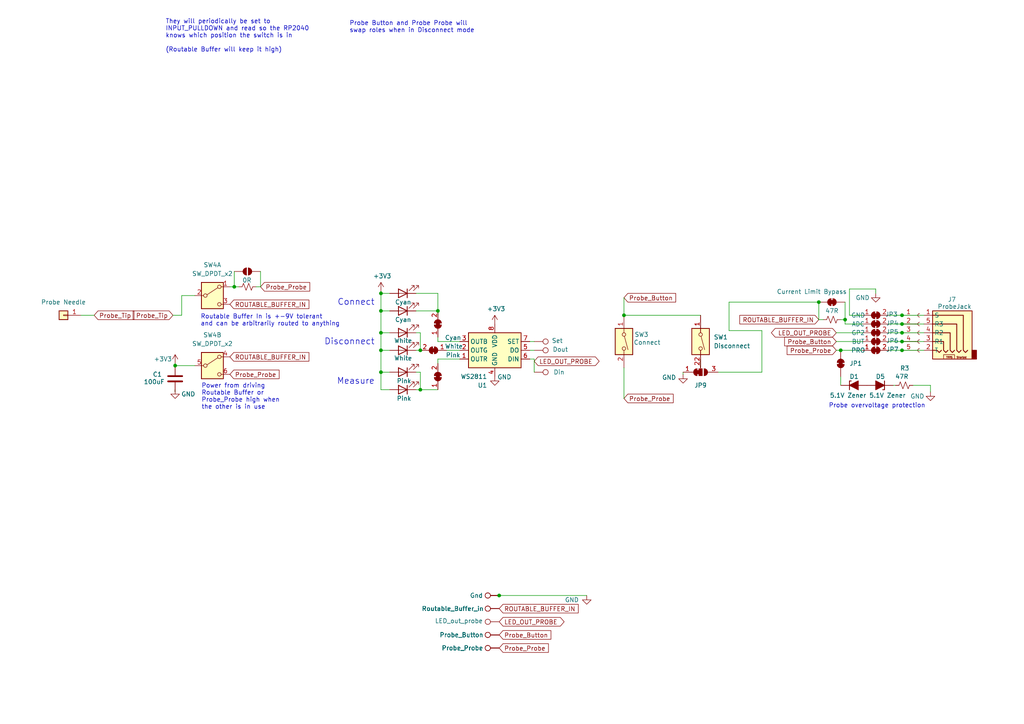
<source format=kicad_sch>
(kicad_sch (version 20250114) (generator "eeschema") (generator_version "9.0")
  (paper "A4")
  (lib_symbols
    (symbol "Connector:Conn_01x05_Socket" (pin_names (offset 1.016) (hide yes))
      (property "Reference" "J" (at 0 7.62 0))
      (property "Value" "Conn_01x05_Socket" (at 0 -7.62 0))
      (symbol "Conn_01x05_Socket_1_1"
        (polyline (pts (xy -1.27 5.08) (xy -0.508 5.08)) (stroke (width 0.1524)))
        (polyline (pts (xy -1.27 2.54) (xy -0.508 2.54)) (stroke (width 0.1524)))
        (polyline (pts (xy -1.27 0) (xy -0.508 0)) (stroke (width 0.1524)))
        (polyline (pts (xy -1.27 -2.54) (xy -0.508 -2.54)) (stroke (width 0.1524)))
        (polyline (pts (xy -1.27 -5.08) (xy -0.508 -5.08)) (stroke (width 0.1524)))
        (arc (start 0 4.572) (mid -0.5058 5.08) (end 0 5.588) (stroke (width 0.1524)))
        (arc (start 0 2.032) (mid -0.5058 2.54) (end 0 3.048) (stroke (width 0.1524)))
        (arc (start 0 -0.508) (mid -0.5058 0) (end 0 0.508) (stroke (width 0.1524)))
        (arc (start 0 -3.048) (mid -0.5058 -2.54) (end 0 -2.032) (stroke (width 0.1524)))
        (arc (start 0 -5.588) (mid -0.5058 -5.08) (end 0 -4.572) (stroke (width 0.1524)))
        (pin passive line (at -5.08 5.08 0) (length 3.81) (name "Pin_1") (number "1"))
        (pin passive line (at -5.08 2.54 0) (length 3.81) (name "Pin_2") (number "2"))
        (pin passive line (at -5.08 0 0) (length 3.81) (name "Pin_3") (number "3"))
        (pin passive line (at -5.08 -2.54 0) (length 3.81) (name "Pin_4") (number "4"))
        (pin passive line (at -5.08 -5.08 0) (length 3.81) (name "Pin_5") (number "5"))
      )
    )
    (symbol "Connector_Generic:Conn_01x01" (pin_names (offset 1.016) (hide yes))
      (property "Reference" "J" (at 0 2.54 0))
      (property "Value" "Conn_01x01" (at 0 -2.54 0))
      (symbol "Conn_01x01_1_1"
        (rectangle (start -1.27 1.27) (end 1.27 -1.27) (stroke (width 0.254)) (fill (type background)))
        (rectangle (start -1.27 0.127) (end 0 -0.127) (stroke (width 0.1524)))
        (pin passive line (at -5.08 0 0) (length 3.81) (name "Pin_1") (number "1"))
      )
    )
    (symbol "Device:C" (pin_numbers (hide yes)) (pin_names (offset 0.254))
      (property "Reference" "C" (at 0.635 2.54 0))
      (property "Value" "C" (at 0.635 -2.54 0))
      (symbol "C_0_1"
        (polyline (pts (xy -2.032 0.762) (xy 2.032 0.762)) (stroke (width 0.508)))
        (polyline (pts (xy -2.032 -0.762) (xy 2.032 -0.762)) (stroke (width 0.508)))
      )
      (symbol "C_1_1"
        (pin passive line (at 0 3.81 270) (length 2.794) (name "~") (number "1"))
        (pin passive line (at 0 -3.81 90) (length 2.794) (name "~") (number "2"))
      )
    )
    (symbol "Device:D_Zener_Filled" (pin_numbers (hide yes)) (pin_names (offset 1.016) (hide yes))
      (property "Reference" "D" (at 0 2.54 0))
      (property "Value" "D_Zener_Filled" (at 0 -2.54 0))
      (symbol "D_Zener_Filled_0_1"
        (polyline (pts (xy -1.27 -1.27) (xy -1.27 1.27) (xy -0.762 1.27)) (stroke (width 0.254)))
        (polyline (pts (xy 1.27 0) (xy -1.27 0)))
        (polyline (pts (xy 1.27 -1.27) (xy 1.27 1.27) (xy -1.27 0) (xy 1.27 -1.27)) (stroke (width 0.254)) (fill (type outline)))
      )
      (symbol "D_Zener_Filled_1_1"
        (pin passive line (at -3.81 0 0) (length 2.54) (name "K") (number "1"))
        (pin passive line (at 3.81 0 180) (length 2.54) (name "A") (number "2"))
      )
    )
    (symbol "Device:LED" (pin_numbers (hide yes)) (pin_names (offset 1.016) (hide yes))
      (property "Reference" "D" (at 0 2.54 0))
      (property "Value" "LED" (at 0 -2.54 0))
      (symbol "LED_0_1"
        (polyline (pts (xy -3.048 -0.762) (xy -4.572 -2.286) (xy -3.81 -2.286) (xy -4.572 -2.286) (xy -4.572 -1.524)))
        (polyline (pts (xy -1.778 -0.762) (xy -3.302 -2.286) (xy -2.54 -2.286) (xy -3.302 -2.286) (xy -3.302 -1.524)))
        (polyline (pts (xy -1.27 0) (xy 1.27 0)))
        (polyline (pts (xy -1.27 -1.27) (xy -1.27 1.27)) (stroke (width 0.254)))
        (polyline (pts (xy 1.27 -1.27) (xy 1.27 1.27) (xy -1.27 0) (xy 1.27 -1.27)) (stroke (width 0.254)))
      )
      (symbol "LED_1_1"
        (pin passive line (at -3.81 0 0) (length 2.54) (name "K") (number "1"))
        (pin passive line (at 3.81 0 180) (length 2.54) (name "A") (number "2"))
      )
    )
    (symbol "Device:R_Small_US" (pin_numbers (hide yes)) (pin_names (offset 0.254) (hide yes))
      (property "Reference" "R" (at 0.762 0.508 0))
      (property "Value" "R_Small_US" (at 0.762 -1.016 0))
      (symbol "R_Small_US_1_1"
        (polyline (pts (xy 0 1.524) (xy 1.016 1.143) (xy 0 0.762) (xy -1.016 0.381) (xy 0 0)))
        (polyline (pts (xy 0 0) (xy 1.016 -0.381) (xy 0 -0.762) (xy -1.016 -1.143) (xy 0 -1.524)))
        (pin passive line (at 0 2.54 270) (length 1.016) (name "~") (number "1"))
        (pin passive line (at 0 -2.54 90) (length 1.016) (name "~") (number "2"))
      )
    )
    (symbol "Driver_LED:WS2811"
      (property "Reference" "U1" (at 2.1941 10.16 0))
      (property "Value" "WS2811" (at 2.1941 7.62 0))
      (symbol "WS2811_0_1"
        (rectangle (start -7.62 5.08) (end 7.62 -5.08) (stroke (width 0.254)) (fill (type background)))
      )
      (symbol "WS2811_1_1"
        (pin input line (at -10.16 2.54 0) (length 2.54) (name "DIN") (number "6"))
        (pin output line (at -10.16 0 0) (length 2.54) (name "DO") (number "5"))
        (pin input line (at -10.16 -2.54 0) (length 2.54) (name "SET") (number "7"))
        (pin power_in line (at 0 7.62 270) (length 2.54) (name "GND") (number "4"))
        (pin power_in line (at 0 -7.62 90) (length 2.54) (name "VDD") (number "8"))
        (pin output line (at 10.16 2.54 180) (length 2.54) (name "OUTR") (number "1"))
        (pin output line (at 10.16 0 180) (length 2.54) (name "OUTG") (number "2"))
        (pin output line (at 10.16 -2.54 180) (length 2.54) (name "OUTB") (number "3"))
      )
    )
    (symbol "GND_40" (power) (pin_names (offset 0))
      (property "Value" "GND_40" (at 0 -3.81 0))
      (symbol "GND_40_0_1"
        (polyline (pts (xy 0 0) (xy 0 -1.27) (xy 1.27 -1.27) (xy 0 -2.54) (xy -1.27 -1.27) (xy 0 -1.27)))
      )
      (symbol "GND_40_1_1"
        (pin power_in line (at 0 0 270) (length 0) (hide yes) (name "GND") (number "1"))
      )
    )
    (symbol "Jumper:SolderJumper_2_Bridged" (pin_numbers (hide yes)) (pin_names (offset 0) (hide yes)) (exclude_from_sim yes) (in_bom no)
      (property "Reference" "JP" (at 0 2.032 0))
      (property "Value" "SolderJumper_2_Bridged" (at 0 -2.54 0))
      (symbol "SolderJumper_2_Bridged_0_1"
        (rectangle (start -0.508 0.508) (end 0.508 -0.508) (fill (type outline)))
        (polyline (pts (xy -0.254 1.016) (xy -0.254 -1.016)))
        (arc (start -0.254 -1.016) (mid -1.2656 0) (end -0.254 1.016))
        (arc (start -0.254 -1.016) (mid -1.2656 0) (end -0.254 1.016) (fill (type outline)))
        (arc (start 0.254 1.016) (mid 1.2656 0) (end 0.254 -1.016))
        (arc (start 0.254 1.016) (mid 1.2656 0) (end 0.254 -1.016) (fill (type outline)))
        (polyline (pts (xy 0.254 1.016) (xy 0.254 -1.016)))
      )
      (symbol "SolderJumper_2_Bridged_1_1"
        (pin passive line (at -3.81 0 0) (length 2.54) (name "A") (number "1"))
        (pin passive line (at 3.81 0 180) (length 2.54) (name "B") (number "2"))
      )
    )
    (symbol "Jumper:SolderJumper_2_Open" (pin_numbers (hide yes)) (pin_names (offset 0) (hide yes)) (exclude_from_sim yes) (in_bom no)
      (property "Reference" "JP" (at 0 2.032 0))
      (property "Value" "SolderJumper_2_Open" (at 0 -2.54 0))
      (symbol "SolderJumper_2_Open_0_1"
        (polyline (pts (xy -0.254 1.016) (xy -0.254 -1.016)))
        (arc (start -0.254 -1.016) (mid -1.2656 0) (end -0.254 1.016))
        (arc (start -0.254 -1.016) (mid -1.2656 0) (end -0.254 1.016) (fill (type outline)))
        (arc (start 0.254 1.016) (mid 1.2656 0) (end 0.254 -1.016))
        (arc (start 0.254 1.016) (mid 1.2656 0) (end 0.254 -1.016) (fill (type outline)))
        (polyline (pts (xy 0.254 1.016) (xy 0.254 -1.016)))
      )
      (symbol "SolderJumper_2_Open_1_1"
        (pin passive line (at -3.81 0 0) (length 2.54) (name "A") (number "1"))
        (pin passive line (at 3.81 0 180) (length 2.54) (name "B") (number "2"))
      )
    )
    (symbol "Jumper:SolderJumper_3_Bridged12" (pin_names (offset 0) (hide yes)) (exclude_from_sim yes) (in_bom no)
      (property "Reference" "JP" (at -2.54 -2.54 0))
      (property "Value" "SolderJumper_3_Bridged12" (at 0 2.794 0))
      (symbol "SolderJumper_3_Bridged12_0_1"
        (polyline (pts (xy -2.54 0) (xy -2.032 0)))
        (polyline (pts (xy -1.016 1.016) (xy -1.016 -1.016)))
        (rectangle (start -1.016 0.508) (end -0.508 -0.508) (fill (type outline)))
        (arc (start -1.016 -1.016) (mid -2.0276 0) (end -1.016 1.016))
        (arc (start -1.016 -1.016) (mid -2.0276 0) (end -1.016 1.016) (fill (type outline)))
        (rectangle (start -0.508 1.016) (end 0.508 -1.016) (fill (type outline)))
        (polyline (pts (xy 0 -1.27) (xy 0 -1.016)))
        (arc (start 1.016 1.016) (mid 2.0276 0) (end 1.016 -1.016))
        (arc (start 1.016 1.016) (mid 2.0276 0) (end 1.016 -1.016) (fill (type outline)))
        (polyline (pts (xy 1.016 1.016) (xy 1.016 -1.016)))
        (polyline (pts (xy 2.54 0) (xy 2.032 0)))
      )
      (symbol "SolderJumper_3_Bridged12_1_1"
        (pin passive line (at -5.08 0 0) (length 2.54) (name "A") (number "1"))
        (pin passive line (at 0 -3.81 90) (length 2.54) (name "C") (number "2"))
        (pin passive line (at 5.08 0 180) (length 2.54) (name "B") (number "3"))
      )
    )
    (symbol "JumperlessSymbols:AudioJack5"
      (property "Reference" "U" (at -7.366 13.716 0))
      (symbol "AudioJack5_0_1"
        (rectangle (start -13.97 11.43) (end -2.54 -2.54) (stroke (width 0.254)) (fill (type background)))
        (rectangle (start -13.97 0) (end -15.24 -2.54) (stroke (width 0.254)) (fill (type outline)))
        (polyline (pts (xy -10.795 0) (xy -10.16 -0.635) (xy -9.525 0) (xy -9.525 7.62) (xy -2.54 7.62)) (stroke (width 0.254)))
        (rectangle (start -8.89 -1.27) (end -5.715 -2.54))
        (polyline (pts (xy -6.985 0) (xy -6.35 -0.635) (xy -5.715 0) (xy -5.715 2.54) (xy -2.54 2.54)) (stroke (width 0.254)))
        (polyline (pts (xy -5.08 0) (xy -4.445 -0.635) (xy -3.81 0) (xy -2.54 0)) (stroke (width 0.254)))
        (polyline (pts (xy -2.54 10.16) (xy -11.43 10.16) (xy -11.43 0) (xy -12.065 -0.635) (xy -12.7 0)) (stroke (width 0.254)))
        (polyline (pts (xy -2.54 5.08) (xy -7.62 5.08) (xy -7.62 0) (xy -8.255 -0.635) (xy -8.89 0)) (stroke (width 0.254)))
      )
      (symbol "AudioJack5_1_1"
        (text "Shorted" (at -10.922 -2.032 0) (effects (font (size 0.5 0.5))))
        (text "TRRS" (at -7.366 -2.032 0) (effects (font (size 0.5 0.5))))
        (pin passive line (at 0 10.16 180) (length 2.54) (name "S") (number "1"))
        (pin passive line (at 0 7.62 180) (length 2.54) (name "R3") (number "5"))
        (pin passive line (at 0 5.08 180) (length 2.54) (name "R2") (number "4"))
        (pin passive line (at 0 2.54 180) (length 2.54) (name "R1") (number "3"))
        (pin passive line (at 0 0 180) (length 2.54) (name "T") (number "2"))
      )
    )
    (symbol "JumperlessSymbols:SolderJumper_2_Bridged" (pin_names (offset 0) (hide yes))
      (property "Reference" "JP" (at 0 2.032 0))
      (property "Value" "SolderJumper_2_Bridged" (at 0 -2.54 0))
      (symbol "SolderJumper_2_Bridged_0_1"
        (rectangle (start -0.508 0.508) (end 0.508 -0.508) (fill (type outline)))
        (polyline (pts (xy -0.254 1.016) (xy -0.254 -1.016)))
        (arc (start -0.254 -1.016) (mid -1.2656 0) (end -0.254 1.016))
        (arc (start -0.254 -1.016) (mid -1.2656 0) (end -0.254 1.016) (fill (type outline)))
        (arc (start 0.254 1.016) (mid 1.2656 0) (end 0.254 -1.016))
        (arc (start 0.254 1.016) (mid 1.2656 0) (end 0.254 -1.016) (fill (type outline)))
        (polyline (pts (xy 0.254 1.016) (xy 0.254 -1.016)))
      )
      (symbol "SolderJumper_2_Bridged_1_1"
        (pin passive line (at -3.81 0 0) (length 2.54) (name "A") (number "1"))
        (pin passive line (at 3.81 0 180) (length 2.54) (name "B") (number "2"))
      )
    )
    (symbol "JumperlessSymbols:TestPoint" (pin_numbers (hide yes)) (pin_names (offset 0.762) (hide yes))
      (property "Reference" "TP" (at 0 6.858 0))
      (property "Value" "TestPoint" (at 0 5.08 0))
      (symbol "TestPoint_0_1"
        (circle (center 0 3.302) (radius 0.762))
      )
      (symbol "TestPoint_1_1"
        (pin passive line (at 0 0 90) (length 2.54) (name "1") (number "1"))
      )
    )
    (symbol "Switch:SW_DIP_x01" (pin_names (offset 0) (hide yes))
      (property "Reference" "SW" (at 0 3.81 0))
      (property "Value" "SW_DIP_x01" (at 0 -3.81 0))
      (symbol "SW_DIP_x01_0_0"
        (circle (center -2.032 0) (radius 0.508))
        (polyline (pts (xy -1.524 0.127) (xy 2.3622 1.1684)))
        (circle (center 2.032 0) (radius 0.508))
      )
      (symbol "SW_DIP_x01_0_1"
        (rectangle (start -3.81 2.54) (end 3.81 -2.54) (stroke (width 0.254)) (fill (type background)))
      )
      (symbol "SW_DIP_x01_1_1"
        (pin passive line (at -7.62 0 0) (length 5.08) (name "~") (number "1"))
        (pin passive line (at 7.62 0 180) (length 5.08) (name "~") (number "2"))
      )
    )
    (symbol "Switch:SW_DPDT_x2" (pin_names (offset 0) (hide yes))
      (property "Reference" "SW" (at 0 5.08 0))
      (property "Value" "SW_DPDT_x2" (at 0 -5.08 0))
      (symbol "SW_DPDT_x2_0_0"
        (circle (center -2.032 0) (radius 0.508))
        (circle (center 2.032 -2.54) (radius 0.508))
      )
      (symbol "SW_DPDT_x2_0_1"
        (rectangle (start -3.175 3.81) (end 3.175 -3.81) (stroke (width 0.254)) (fill (type background)))
        (polyline (pts (xy -1.524 0.254) (xy 1.5748 2.286)))
        (circle (center 2.032 2.54) (radius 0.508))
      )
      (symbol "SW_DPDT_x2_1_1"
        (pin passive line (at -5.08 0 0) (length 2.54) (name "B") (number "2"))
        (pin passive line (at 5.08 2.54 180) (length 2.54) (name "A") (number "1"))
        (pin passive line (at 5.08 -2.54 180) (length 2.54) (name "C") (number "3"))
      )
      (symbol "SW_DPDT_x2_2_1"
        (pin passive line (at -5.08 0 0) (length 2.54) (name "B") (number "5"))
        (pin passive line (at 5.08 2.54 180) (length 2.54) (name "A") (number "4"))
        (pin passive line (at 5.08 -2.54 180) (length 2.54) (name "C") (number "6"))
      )
    )
    (symbol "power:+3V3" (power) (pin_names (offset 0))
      (property "Value" "+3V3" (at 0 3.556 0))
      (symbol "+3V3_0_1"
        (polyline (pts (xy -0.762 1.27) (xy 0 2.54)))
        (polyline (pts (xy 0 2.54) (xy 0.762 1.27)))
        (polyline (pts (xy 0 0) (xy 0 2.54)))
      )
      (symbol "+3V3_1_1"
        (pin power_in line (at 0 0 90) (length 0) (hide yes) (name "+3V3") (number "1"))
      )
    )
  )
  (text "Probe Button and Probe Probe will \nswap roles when in Disconnect mode" (at 101.346 7.874 0) (effects (font (size 1.27 1.27)) (justify left)))
  (text "They will periodically be set to\nINPUT_PULLDOWN and read so the RP2040\nknows which position the switch is in\n\n(Routable Buffer will keep it high)" (at 48.006 10.414 0) (effects (font (size 1.27 1.27)) (justify left)))
  (text "Power from driving\nRoutable Buffer or \nProbe_Probe high when\nthe other is in use" (at 58.42 115.062 0) (effects (font (size 1.27 1.27)) (justify left)))
  (text "Routable Buffer In is +-9V tolerant \nand can be arbitrarily routed to anything" (at 58.166 92.964 0) (effects (font (size 1.27 1.27)) (justify left)))
  (text "Probe overvoltage protection" (at 254.381 117.729 0) (effects (font (size 1.27 1.27))))
  (text "Connect\n\n  \n\nDisconnect\n\n\n\nMeasure" (at 108.712 99.187 0) (effects (font (size 1.778 1.778)) (justify right)))
  (junction (at 110.49 85.09))
  (junction (at 261.62 91.44))
  (junction (at 245.11 92.71))
  (junction (at 261.62 93.98))
  (junction (at 237.49 87.63))
  (junction (at 67.945 83.185))
  (junction (at 110.49 107.95))
  (junction (at 261.62 96.52))
  (junction (at 243.84 101.6))
  (junction (at 110.49 101.6))
  (junction (at 121.92 101.6))
  (junction (at 180.975 91.44))
  (junction (at 121.92 113.03))
  (junction (at 261.62 99.06))
  (junction (at 110.49 96.52))
  (junction (at 50.8 106.045))
  (junction (at 127 90.17))
  (junction (at 144.78 172.72))
  (junction (at 110.49 90.17))
  (junction (at 261.62 101.6))
  (wire (pts (xy 113.03 113.03) (xy 110.49 113.03)))
  (wire (pts (xy 257.81 93.98) (xy 261.62 93.98)))
  (wire (pts (xy 220.98 107.95) (xy 220.98 95.885)))
  (wire (pts (xy 250.19 101.6) (xy 243.84 101.6)))
  (wire (pts (xy 50.165 91.44) (xy 52.705 91.44)))
  (wire (pts (xy 154.94 104.14) (xy 153.67 104.14)))
  (wire (pts (xy 110.49 85.09) (xy 110.49 90.17)))
  (wire (pts (xy 74.295 83.185) (xy 75.565 83.185)))
  (wire (pts (xy 254 83.82) (xy 246.38 83.82)))
  (wire (pts (xy 127 97.79) (xy 127 99.06)))
  (wire (pts (xy 269.875 113.665) (xy 269.875 111.76)))
  (wire (pts (xy 67.945 78.74) (xy 67.945 83.185)))
  (wire (pts (xy 144.78 172.72) (xy 170.18 172.72)))
  (wire (pts (xy 23.495 91.44) (xy 27.305 91.44)))
  (wire (pts (xy 127 99.06) (xy 133.35 99.06)))
  (wire (pts (xy 121.92 96.52) (xy 121.92 101.6)))
  (wire (pts (xy 154.94 101.6) (xy 153.67 101.6)))
  (wire (pts (xy 67.945 83.185) (xy 69.215 83.185)))
  (wire (pts (xy 121.92 107.95) (xy 120.65 107.95)))
  (wire (pts (xy 180.975 86.36) (xy 180.975 91.44)))
  (wire (pts (xy 121.92 113.03) (xy 120.65 113.03)))
  (wire (pts (xy 153.67 99.06) (xy 154.94 99.06)))
  (wire (pts (xy 56.515 106.045) (xy 50.8 106.045)))
  (wire (pts (xy 261.62 101.6) (xy 267.97 101.6)))
  (wire (pts (xy 110.49 90.17) (xy 110.49 96.52)))
  (wire (pts (xy 127 90.17) (xy 127 91.44)))
  (wire (pts (xy 237.49 92.71) (xy 237.49 87.63)))
  (wire (pts (xy 127 85.09) (xy 127 90.17)))
  (wire (pts (xy 238.76 92.71) (xy 237.49 92.71)))
  (wire (pts (xy 257.81 99.06) (xy 261.62 99.06)))
  (wire (pts (xy 245.11 92.71) (xy 245.11 93.98)))
  (wire (pts (xy 75.565 78.74) (xy 75.565 83.185)))
  (wire (pts (xy 52.705 85.725) (xy 56.515 85.725)))
  (wire (pts (xy 261.62 99.06) (xy 267.97 99.06)))
  (wire (pts (xy 259.715 111.76) (xy 259.08 111.76)))
  (wire (pts (xy 110.49 107.95) (xy 110.49 113.03)))
  (wire (pts (xy 198.12 107.95) (xy 198.12 108.585)))
  (wire (pts (xy 120.65 96.52) (xy 121.92 96.52)))
  (wire (pts (xy 110.49 85.09) (xy 113.03 85.09)))
  (wire (pts (xy 129.54 101.6) (xy 133.35 101.6)))
  (wire (pts (xy 180.975 115.57) (xy 180.975 106.68)))
  (wire (pts (xy 110.49 90.17) (xy 113.03 90.17)))
  (wire (pts (xy 154.94 104.14) (xy 154.94 107.95)))
  (wire (pts (xy 211.455 87.63) (xy 237.49 87.63)))
  (wire (pts (xy 203.2 104.14) (xy 203.2 106.68)))
  (wire (pts (xy 243.84 109.22) (xy 243.84 111.76)))
  (wire (pts (xy 257.81 101.6) (xy 261.62 101.6)))
  (wire (pts (xy 180.975 91.44) (xy 203.2 91.44)))
  (wire (pts (xy 250.19 96.52) (xy 242.57 96.52)))
  (wire (pts (xy 127 105.41) (xy 127 104.14)))
  (wire (pts (xy 261.62 96.52) (xy 267.97 96.52)))
  (wire (pts (xy 50.8 113.03) (xy 50.8 113.665)))
  (wire (pts (xy 110.49 101.6) (xy 113.03 101.6)))
  (wire (pts (xy 120.65 85.09) (xy 127 85.09)))
  (wire (pts (xy 127 104.14) (xy 133.35 104.14)))
  (wire (pts (xy 254 83.82) (xy 254 85.09)))
  (wire (pts (xy 245.11 93.98) (xy 250.19 93.98)))
  (wire (pts (xy 220.98 95.885) (xy 211.455 95.885)))
  (wire (pts (xy 208.28 107.95) (xy 220.98 107.95)))
  (wire (pts (xy 110.49 107.95) (xy 110.49 101.6)))
  (wire (pts (xy 120.65 90.17) (xy 127 90.17)))
  (wire (pts (xy 246.38 91.44) (xy 250.19 91.44)))
  (wire (pts (xy 110.49 101.6) (xy 110.49 96.52)))
  (wire (pts (xy 110.49 96.52) (xy 113.03 96.52)))
  (wire (pts (xy 110.49 107.95) (xy 113.03 107.95)))
  (wire (pts (xy 261.62 93.98) (xy 267.97 93.98)))
  (wire (pts (xy 261.62 91.44) (xy 267.97 91.44)))
  (wire (pts (xy 243.84 101.6) (xy 242.57 101.6)))
  (wire (pts (xy 50.8 105.41) (xy 50.8 106.045)))
  (wire (pts (xy 246.38 83.82) (xy 246.38 91.44)))
  (wire (pts (xy 245.11 87.63) (xy 245.11 92.71)))
  (wire (pts (xy 250.19 99.06) (xy 242.57 99.06)))
  (wire (pts (xy 257.81 96.52) (xy 261.62 96.52)))
  (wire (pts (xy 257.81 91.44) (xy 261.62 91.44)))
  (wire (pts (xy 110.49 84.455) (xy 110.49 85.09)))
  (wire (pts (xy 52.705 91.44) (xy 52.705 85.725)))
  (wire (pts (xy 211.455 95.885) (xy 211.455 87.63)))
  (wire (pts (xy 243.84 92.71) (xy 245.11 92.71)))
  (wire (pts (xy 121.92 113.03) (xy 127 113.03)))
  (wire (pts (xy 120.65 101.6) (xy 121.92 101.6)))
  (wire (pts (xy 269.875 111.76) (xy 264.795 111.76)))
  (wire (pts (xy 121.92 113.03) (xy 121.92 107.95)))
  (wire (pts (xy 66.675 83.185) (xy 67.945 83.185)))
  (global_label "Probe_Tip" (shape input) (at 50.165 91.44 180) (property "Intersheetrefs" "${INTERSHEET_REFS}" (effects (hide yes))))
  (global_label "Probe_Probe" (shape input) (at 66.675 108.585 0) (property "Intersheetrefs" "${INTERSHEET_REFS}" (effects (hide yes))))
  (global_label "ROUTABLE_BUFFER_IN" (shape input) (at 66.675 103.505 0) (property "Intersheetrefs" "${INTERSHEET_REFS}" (effects (hide yes))))
  (global_label "Probe_Probe" (shape input) (at 75.565 83.185 0) (property "Intersheetrefs" "${INTERSHEET_REFS}" (effects (hide yes))))
  (global_label "Probe_Tip" (shape input) (at 27.305 91.44 0) (property "Intersheetrefs" "${INTERSHEET_REFS}" (effects (hide yes))))
  (global_label "LED_OUT_PROBE" (shape bidirectional) (at 154.94 104.775 0) (property "Intersheetrefs" "${INTERSHEET_REFS}" (effects (hide yes))))
  (global_label "LED_OUT_PROBE" (shape bidirectional) (at 144.78 180.34 0) (property "Intersheetrefs" "${INTERSHEET_REFS}" (effects (hide yes))))
  (global_label "Probe_Probe" (shape input) (at 180.975 115.57 0) (property "Intersheetrefs" "${INTERSHEET_REFS}" (effects (hide yes))))
  (global_label "Probe_Button" (shape input) (at 242.57 99.06 180) (property "Intersheetrefs" "${INTERSHEET_REFS}" (effects (hide yes))))
  (global_label "Probe_Probe" (shape input) (at 242.57 101.6 180) (property "Intersheetrefs" "${INTERSHEET_REFS}" (effects (hide yes))))
  (global_label "Probe_Button" (shape input) (at 180.975 86.36 0) (property "Intersheetrefs" "${INTERSHEET_REFS}" (effects (hide yes))))
  (global_label "Probe_Probe" (shape input) (at 144.78 187.96 0) (property "Intersheetrefs" "${INTERSHEET_REFS}" (effects (hide yes))))
  (global_label "ROUTABLE_BUFFER_IN" (shape input) (at 144.78 176.53 0) (property "Intersheetrefs" "${INTERSHEET_REFS}" (effects (hide yes))))
  (global_label "ROUTABLE_BUFFER_IN" (shape input) (at 66.675 88.265 0) (property "Intersheetrefs" "${INTERSHEET_REFS}" (effects (hide yes))))
  (global_label "ROUTABLE_BUFFER_IN" (shape input) (at 237.49 92.71 180) (property "Intersheetrefs" "${INTERSHEET_REFS}" (effects (hide yes))))
  (global_label "Probe_Button" (shape input) (at 144.78 184.15 0) (property "Intersheetrefs" "${INTERSHEET_REFS}" (effects (hide yes))))
  (global_label "LED_OUT_PROBE" (shape bidirectional) (at 242.57 96.52 180) (property "Intersheetrefs" "${INTERSHEET_REFS}" (effects (hide yes))))
  (symbol (lib_id "power:+3V3") (at 50.8 105.41 0) (unit 1)
    (property "Reference" "#PWR02" (effects (hide yes)))
    (property "Value" "+3V3" (at 47.244 104.14 0))
  )
  (symbol (lib_id "JumperlessSymbols:SolderJumper_2_Bridged") (at 125.73 101.6 0) (mirror y) (unit 1)
    (property "Reference" "TP15" (effects (hide yes)))
    (property "Value" "White" (at 129.032 100.457 0) (effects (justify right)))
    (property "Footprint" "JumperlessFootprints:SolderJumper_2_Bridged_Small" (effects (hide yes)))
    (property "Description" "Solder Jumper, 2-pole, closed/bridged" (effects (hide yes)))
  )
  (symbol (lib_name "GND_40") (lib_id "power:GND") (at 50.8 113.03 0) (mirror y) (unit 1)
    (property "Reference" "#PWR03" (effects (hide yes)))
    (property "Value" "GND" (at 54.61 114.3 0))
  )
  (symbol (lib_id "Device:LED") (at 116.84 96.52 180) (unit 1)
    (property "Reference" "D4" (effects (hide yes)))
    (property "Value" "White" (at 114.3 98.806 0) (effects (justify right)))
    (property "Footprint" "JumprlessFootprints:LED_4014" (effects (hide yes)))
    (property "Description" "Light emitting diode" (effects (hide yes)))
    (property "LCSC" "C3646959" (effects (hide yes)))
  )
  (symbol (lib_id "Device:R_Small_US") (at 71.755 83.185 90) (unit 1)
    (property "Reference" "R1" (effects (hide yes)))
    (property "Value" "0R" (at 71.628 81.28 90))
    (property "Footprint" "Resistor_SMD:R_0603_1608Metric_Pad0.98x0.95mm_HandSolder" (effects (hide yes)))
    (property "Description" "Resistor, small US symbol" (effects (hide yes)))
  )
  (symbol (lib_id "JumperlessSymbols:AudioJack5") (at 267.97 101.6 0) (mirror y) (unit 1)
    (property "Reference" "J7" (at 276.098 86.868 0))
    (property "Value" "ProbeJack" (at 276.86 88.9 0))
    (property "Footprint" "JumprlessFootprints:STX_3452_TRRRS_Audio_Jack" (effects (hide yes)))
    (property "Description" "Audio Jack, 5 Poles (TRRRS)" (effects (hide yes)))
  )
  (symbol (lib_name "GND_40") (lib_id "power:GND") (at 170.18 172.72 0) (unit 1)
    (property "Reference" "#PWR04" (effects (hide yes)))
    (property "Value" "GND" (at 165.862 173.99 0))
  )
  (symbol (lib_id "JumperlessSymbols:TestPoint") (at 144.78 176.53 90) (unit 1)
    (property "Reference" "TP5" (effects (hide yes)))
    (property "Value" "Routable_Buffer_in" (at 131.318 176.53 90))
    (property "Footprint" "JumperlessFootprints:TestPoint_D0.75mm" (effects (hide yes)))
    (property "Description" "test point" (effects (hide yes)))
  )
  (symbol (lib_id "Device:C") (at 50.8 109.855 0) (mirror y) (unit 1)
    (property "Reference" "C1" (at 46.99 108.5849 0) (effects (justify left)))
    (property "Value" "100uF" (at 47.752 110.744 0) (effects (justify left)))
    (property "Footprint" "Capacitor_SMD:C_1206_3216Metric_Pad1.33x1.80mm_HandSolder" (effects (hide yes)))
    (property "Description" "Unpolarized capacitor" (effects (hide yes)))
  )
  (symbol (lib_id "Jumper:SolderJumper_2_Bridged") (at 243.84 105.41 90) (unit 1) (exclude_from_sim yes) (in_bom no)
    (property "Reference" "JP1" (at 246.38 105.4099 90) (effects (justify right)))
    (property "Value" "SolderJumper_2_Bridged" (effects (hide yes)))
    (property "Footprint" "JumprlessFootprints:SolderJumper_2_Bridged_Small" (effects (hide yes)))
    (property "Description" "Solder Jumper, 2-pole, closed/bridged" (effects (hide yes)))
  )
  (symbol (lib_id "JumperlessSymbols:SolderJumper_2_Bridged") (at 254 93.98 0) (unit 1)
    (property "Reference" "JP4" (at 258.826 93.726 0))
    (property "Value" "ADC" (at 248.92 93.98 0))
    (property "Footprint" "JumperlessFootprints:SolderJumper_2_Bridged_Small" (effects (hide yes)))
  )
  (symbol (lib_id "JumperlessSymbols:SolderJumper_2_Bridged") (at 254 91.44 0) (unit 1)
    (property "Reference" "JP3" (at 258.572 91.186 0))
    (property "Value" "GND" (at 248.92 91.44 0))
    (property "Footprint" "JumperlessFootprints:SolderJumper_2_Bridged_Small" (effects (hide yes)))
  )
  (symbol (lib_id "JumperlessSymbols:SolderJumper_2_Bridged") (at 127 93.98 270) (mirror x) (unit 1)
    (property "Reference" "TP16" (effects (hide yes)))
    (property "Value" "Cyan" (at 129.032 97.917 90) (effects (justify left)))
    (property "Footprint" "JumperlessFootprints:SolderJumper_2_Bridged_Small" (effects (hide yes)))
    (property "Description" "Solder Jumper, 2-pole, closed/bridged" (effects (hide yes)))
  )
  (symbol (lib_id "Device:D_Zener_Filled") (at 247.65 111.76 0) (unit 1)
    (property "Reference" "D1" (at 246.3799 109.22 0) (effects (justify left)))
    (property "Value" "5.1V Zener" (at 240.665 114.681 0) (effects (justify left)))
    (property "Footprint" "Diode_SMD:D_SOD-323_HandSoldering" (effects (hide yes)))
    (property "Description" "Zener diode, filled shape" (effects (hide yes)))
    (property "LCSC" "C18547704" (effects (hide yes)))
  )
  (symbol (lib_name "GND_40") (lib_id "power:GND") (at 269.875 113.665 0) (unit 1)
    (property "Reference" "#PWR07" (effects (hide yes)))
    (property "Value" "GND" (at 266.065 114.935 0))
  )
  (symbol (lib_id "JumperlessSymbols:TestPoint") (at 144.78 180.34 90) (unit 1)
    (property "Reference" "TP6" (effects (hide yes)))
    (property "Value" "LED_out_probe" (at 133.096 180.086 90))
    (property "Footprint" "JumperlessFootprints:TestPoint_D0.75mm" (effects (hide yes)))
    (property "Description" "test point" (effects (hide yes)))
  )
  (symbol (lib_id "Switch:SW_DPDT_x2") (at 61.595 85.725 0) (unit 1)
    (property "Reference" "SW4" (at 61.595 76.835 0))
    (property "Value" "SW_DPDT_x2" (at 61.595 79.375 0))
    (property "Footprint" "JumprlessFootprints:XKB_SK3245S-L3-A_DPDT_Slide_Switch" (effects (hide yes)))
    (property "Description" "Switch, dual pole double throw, separate symbols" (effects (hide yes)))
    (property "LCSC" "C405952" (effects (hide yes)))
  )
  (symbol (lib_id "Device:LED") (at 116.84 101.6 180) (unit 1)
    (property "Reference" "D7" (effects (hide yes)))
    (property "Value" "White" (at 114.3 103.886 0) (effects (justify right)))
    (property "Footprint" "JumprlessFootprints:LED_4014" (effects (hide yes)))
    (property "Description" "Light emitting diode" (effects (hide yes)))
    (property "LCSC" "C3646959" (effects (hide yes)))
  )
  (symbol (lib_id "Switch:SW_DIP_x01") (at 180.975 99.06 270) (unit 1)
    (property "Reference" "SW3" (at 184.023 97.028 90) (effects (justify left)))
    (property "Value" "Connect" (at 183.769 99.314 90) (effects (justify left)))
    (property "Footprint" "JumprlessFootprints:TS6634_Tact_Switch" (effects (hide yes)))
    (property "Description" "1x DIP Switch, Single Pole Single Throw (SPST) switch, small symbol" (effects (hide yes)))
    (property "LCSC" "C557614" (effects (hide yes)))
  )
  (symbol (lib_id "Connector_Generic:Conn_01x01") (at 18.415 91.44 180) (unit 1)
    (property "Reference" "J2" (effects (hide yes)))
    (property "Value" "Probe Needle" (at 18.415 87.63 0))
    (property "Footprint" "JumprlessFootprints:ProbeNeedle" (effects (hide yes)))
    (property "Description" "Generic connector, single row, 01x01, script generated (kicad-library-utils/schlib/autogen/connector/)" (effects (hide yes)))
  )
  (symbol (lib_id "JumperlessSymbols:TestPoint") (at 154.94 101.6 270) (mirror x) (unit 1)
    (property "Reference" "TP1" (effects (hide yes)))
    (property "Value" "Dout" (at 160.274 101.346 90) (effects (justify left)))
    (property "Footprint" "JumperlessFootprints:TestPoint_D0.75mm" (effects (hide yes)))
    (property "Description" "test point" (effects (hide yes)))
  )
  (symbol (lib_id "Device:LED") (at 116.84 107.95 180) (unit 1)
    (property "Reference" "D2" (effects (hide yes)))
    (property "Value" "Pink" (at 115.062 110.49 0) (effects (justify right)))
    (property "Footprint" "JumprlessFootprints:LED_4014" (effects (hide yes)))
    (property "Description" "Light emitting diode" (effects (hide yes)))
    (property "LCSC" "C7371931" (effects (hide yes)))
  )
  (symbol (lib_id "JumperlessSymbols:TestPoint") (at 154.94 99.06 270) (mirror x) (unit 1)
    (property "Reference" "TP2" (effects (hide yes)))
    (property "Value" "Set" (at 160.02 98.806 90) (effects (justify left)))
    (property "Footprint" "JumperlessFootprints:TestPoint_D0.75mm" (effects (hide yes)))
    (property "Description" "test point" (effects (hide yes)))
  )
  (symbol (lib_id "JumperlessSymbols:SolderJumper_2_Bridged") (at 254 101.6 0) (unit 1)
    (property "Reference" "JP7" (at 258.826 101.346 0))
    (property "Value" "PRO" (at 248.92 101.6 0))
    (property "Footprint" "JumperlessFootprints:SolderJumper_2_Bridged_Small" (effects (hide yes)))
  )
  (symbol (lib_name "GND_40") (lib_id "power:GND") (at 198.12 108.585 0) (unit 1)
    (property "Reference" "#PWR08" (effects (hide yes)))
    (property "Value" "GND" (at 194.056 109.474 0))
  )
  (symbol (lib_id "JumperlessSymbols:TestPoint") (at 144.78 187.96 90) (unit 1)
    (property "Reference" "TP13" (effects (hide yes)))
    (property "Value" "Probe_Probe" (at 134.112 187.96 90))
    (property "Footprint" "JumperlessFootprints:TestPoint_D0.75mm" (effects (hide yes)))
    (property "Description" "test point" (effects (hide yes)))
  )
  (symbol (lib_id "JumperlessSymbols:SolderJumper_2_Bridged") (at 254 96.52 0) (unit 1)
    (property "Reference" "JP5" (at 258.826 96.266 0))
    (property "Value" "GP2" (at 248.92 96.52 0))
    (property "Footprint" "JumperlessFootprints:SolderJumper_2_Bridged_Small" (effects (hide yes)))
  )
  (symbol (lib_id "Switch:SW_DIP_x01") (at 203.2 99.06 270) (unit 1)
    (property "Reference" "SW1" (at 207.01 97.7899 90) (effects (justify left)))
    (property "Value" "Disconnect" (at 207.01 100.3299 90) (effects (justify left)))
    (property "Footprint" "JumprlessFootprints:TS6634_Tact_Switch" (effects (hide yes)))
    (property "Description" "1x DIP Switch, Single Pole Single Throw (SPST) switch, small symbol" (effects (hide yes)))
    (property "LCSC" "C557614" (effects (hide yes)))
  )
  (symbol (lib_id "JumperlessSymbols:TestPoint") (at 144.78 184.15 90) (unit 1)
    (property "Reference" "TP7" (effects (hide yes)))
    (property "Value" "Probe_Button" (at 133.858 184.15 90))
    (property "Footprint" "JumperlessFootprints:TestPoint_D0.75mm" (effects (hide yes)))
    (property "Description" "test point" (effects (hide yes)))
  )
  (symbol (lib_id "Jumper:SolderJumper_2_Open") (at 71.755 78.74 0) (unit 1) (exclude_from_sim yes) (in_bom no)
    (property "Reference" "JP2" (effects (hide yes)))
    (property "Value" "SolderJumper_2_Bridged" (effects (hide yes)))
    (property "Footprint" "JumprlessFootprints:SolderJumper_2_Bridged_Small" (effects (hide yes)))
    (property "Description" "Solder Jumper, 2-pole, open" (effects (hide yes)))
  )
  (symbol (lib_id "Device:D_Zener_Filled") (at 255.27 111.76 180) (unit 1)
    (property "Reference" "D5" (at 253.9999 109.22 0) (effects (justify right)))
    (property "Value" "5.1V Zener" (at 252.095 114.681 0) (effects (justify right)))
    (property "Footprint" "Diode_SMD:D_SOD-323_HandSoldering" (effects (hide yes)))
    (property "Description" "Zener diode, filled shape" (effects (hide yes)))
    (property "LCSC" "C18547704" (effects (hide yes)))
  )
  (symbol (lib_id "JumperlessSymbols:TestPoint") (at 144.78 184.15 90) (unit 1)
    (property "Reference" "TP12" (effects (hide yes)))
    (property "Value" "Probe_Button" (at 133.858 184.15 90))
    (property "Footprint" "JumperlessFootprints:TestPoint_D0.75mm" (effects (hide yes)))
    (property "Description" "test point" (effects (hide yes)))
  )
  (symbol (lib_id "Jumper:SolderJumper_2_Bridged") (at 241.3 87.63 0) (unit 1) (exclude_from_sim yes) (in_bom no)
    (property "Reference" "JP8" (effects (hide yes)))
    (property "Value" "Current Limit Bypass" (at 235.458 84.582 0))
    (property "Footprint" "JumperlessFootprints:SolderJumper_2_Bridged_Small" (effects (hide yes)))
    (property "Description" "Solder Jumper, 2-pole, closed/bridged" (effects (hide yes)))
  )
  (symbol (lib_id "power:+3V3") (at 143.51 93.98 0) (unit 1)
    (property "Reference" "#PWR01" (effects (hide yes)))
    (property "Value" "+3V3" (at 143.891 89.5858 0))
  )
  (symbol (lib_id "JumperlessSymbols:TestPoint") (at 144.78 172.72 90) (unit 1)
    (property "Reference" "TP4" (effects (hide yes)))
    (property "Value" "Gnd" (effects (hide yes)))
    (property "Footprint" "JumperlessFootprints:TestPoint_D0.75mm" (effects (hide yes)))
    (property "Description" "test point" (effects (hide yes)))
  )
  (symbol (lib_id "Driver_LED:WS2811") (at 143.51 101.6 180) (unit 1)
    (property "Reference" "U1" (at 141.3159 111.76 0) (effects (justify left)))
    (property "Value" "WS2811" (at 141.3159 109.22 0) (effects (justify left)))
    (property "Footprint" "Package_SO:SOP-8_3.9x4.9mm_P1.27mm" (effects (hide yes)))
    (property "Datasheet" "https://cdn-shop.adafruit.com/datasheets/WS2811.pdf" (effects (hide yes)))
    (property "Description" "3-Channel 8-Bit PWM LED Driver, DIP-8/SOIC-8" (effects (hide yes)))
    (property "LCSC" "C114581" (effects (hide yes)))
  )
  (symbol (lib_id "JumperlessSymbols:SolderJumper_2_Bridged") (at 254 99.06 0) (unit 1)
    (property "Reference" "JP6" (at 258.826 98.806 0))
    (property "Value" "BUT" (at 248.92 99.06 0))
    (property "Footprint" "JumperlessFootprints:SolderJumper_2_Bridged_Small" (effects (hide yes)))
  )
  (symbol (lib_id "JumperlessSymbols:TestPoint") (at 154.94 107.95 270) (mirror x) (unit 1)
    (property "Reference" "TP3" (effects (hide yes)))
    (property "Value" "Din" (at 160.528 107.95 90) (effects (justify left)))
    (property "Footprint" "JumperlessFootprints:TestPoint_D0.75mm" (effects (hide yes)))
    (property "Description" "test point" (effects (hide yes)))
  )
  (symbol (lib_id "Device:R_Small_US") (at 262.255 111.76 270) (unit 1)
    (property "Reference" "R3" (at 263.779 106.807 90) (effects (justify right)))
    (property "Value" "47R" (at 263.5249 109.22 90) (effects (justify right)))
    (property "Footprint" "Resistor_SMD:R_0603_1608Metric_Pad0.98x0.95mm_HandSolder" (effects (hide yes)))
    (property "Description" "Resistor, small US symbol" (effects (hide yes)))
    (property "LCSC Part #" " C2907043" (effects (hide yes)))
  )
  (symbol (lib_id "Jumper:SolderJumper_3_Bridged12") (at 203.2 107.95 0) (mirror x) (unit 1) (exclude_from_sim yes) (in_bom no)
    (property "Reference" "JP9" (at 203.2 111.76 0))
    (property "Value" "SolderJumper_3_Bridged12" (effects (hide yes)))
    (property "Footprint" "JumperlessFootprints:SolderJumper-3_P1.3mm_Bridged12_Pad1.0x1.5mm" (effects (hide yes)))
    (property "Description" "3-pole Solder Jumper, pins 1+2 closed/bridged" (effects (hide yes)))
  )
  (symbol (lib_id "Switch:SW_DPDT_x2") (at 61.595 106.045 0) (unit 2)
    (property "Reference" "SW4" (at 61.595 97.155 0))
    (property "Value" "SW_DPDT_x2" (at 61.595 99.695 0))
    (property "Footprint" "JumprlessFootprints:XKB_SK3245S-L3-A_DPDT_Slide_Switch" (effects (hide yes)))
    (property "Description" "Switch, dual pole double throw, separate symbols" (effects (hide yes)))
    (property "LCSC" "C405952" (effects (hide yes)))
  )
  (symbol (lib_id "Device:LED") (at 116.84 85.09 180) (unit 1)
    (property "Reference" "D8" (effects (hide yes)))
    (property "Value" "Cyan" (at 114.554 87.63 0) (effects (justify right)))
    (property "Footprint" "JumprlessFootprints:LED_4014" (effects (hide yes)))
    (property "Description" "Light emitting diode" (effects (hide yes)))
    (property "LCSC" "C7371929" (effects (hide yes)))
  )
  (symbol (lib_id "JumperlessSymbols:TestPoint") (at 144.78 172.72 90) (unit 1)
    (property "Reference" "TP10" (effects (hide yes)))
    (property "Value" "Gnd" (at 138.176 172.72 90))
    (property "Footprint" "JumperlessFootprints:TestPoint_D0.75mm" (effects (hide yes)))
    (property "Description" "test point" (effects (hide yes)))
  )
  (symbol (lib_name "GND_40") (lib_id "power:GND") (at 143.51 109.22 0) (unit 1)
    (property "Reference" "#PWR06" (effects (hide yes)))
    (property "Value" "GND" (at 146.304 109.347 0))
  )
  (symbol (lib_id "JumperlessSymbols:SolderJumper_2_Bridged") (at 127 109.22 270) (mirror x) (unit 1)
    (property "Reference" "TP14" (effects (hide yes)))
    (property "Value" "Pink" (at 129.286 102.997 90) (effects (justify left)))
    (property "Footprint" "JumperlessFootprints:SolderJumper_2_Bridged_Small" (effects (hide yes)))
    (property "Description" "Solder Jumper, 2-pole, closed/bridged" (effects (hide yes)))
  )
  (symbol (lib_id "JumperlessSymbols:TestPoint") (at 144.78 176.53 90) (unit 1)
    (property "Reference" "TP11" (effects (hide yes)))
    (property "Value" "Routable_Buffer_in" (at 131.318 176.53 90))
    (property "Footprint" "JumperlessFootprints:TestPoint_D0.75mm" (effects (hide yes)))
    (property "Description" "test point" (effects (hide yes)))
  )
  (symbol (lib_id "power:+3V3") (at 110.49 84.455 0) (unit 1)
    (property "Reference" "#PWR05" (effects (hide yes)))
    (property "Value" "+3V3" (at 110.871 80.0608 0))
  )
  (symbol (lib_id "JumperlessSymbols:TestPoint") (at 144.78 187.96 90) (unit 1)
    (property "Reference" "TP8" (effects (hide yes)))
    (property "Value" "Probe_Probe" (at 134.112 187.96 90))
    (property "Footprint" "JumperlessFootprints:TestPoint_D0.75mm" (effects (hide yes)))
    (property "Description" "test point" (effects (hide yes)))
  )
  (symbol (lib_id "Device:LED") (at 116.84 90.17 180) (unit 1)
    (property "Reference" "D3" (effects (hide yes)))
    (property "Value" "Cyan" (at 114.554 92.71 0) (effects (justify right)))
    (property "Footprint" "JumprlessFootprints:LED_4014" (effects (hide yes)))
    (property "Description" "Light emitting diode" (effects (hide yes)))
    (property "LCSC" "C7371929" (effects (hide yes)))
  )
  (symbol (lib_id "Device:R_Small_US") (at 241.3 92.71 90) (unit 1)
    (property "Reference" "R2" (effects (hide yes)))
    (property "Value" "47R" (at 241.3 90.17 90))
    (property "Footprint" "Resistor_SMD:R_0603_1608Metric_Pad0.98x0.95mm_HandSolder" (effects (hide yes)))
    (property "Description" "Resistor, small US symbol" (effects (hide yes)))
    (property "LCSC Part #" " C2907043" (effects (hide yes)))
  )
  (symbol (lib_id "Connector:Conn_01x05_Socket") (at 266.7 96.52 0) (unit 1)
    (property "Reference" "J1" (effects (hide yes)))
    (property "Value" "Conn_01x05_Socket" (effects (hide yes)))
    (property "Description" "Generic connector, single row, 01x05, script generated" (effects (hide yes)))
  )
  (symbol (lib_id "Device:LED") (at 116.84 113.03 180) (unit 1)
    (property "Reference" "D6" (effects (hide yes)))
    (property "Value" "Pink" (at 115.062 115.57 0) (effects (justify right)))
    (property "Footprint" "JumprlessFootprints:LED_4014" (effects (hide yes)))
    (property "Description" "Light emitting diode" (effects (hide yes)))
    (property "LCSC" "C7371931" (effects (hide yes)))
  )
  (symbol (lib_name "GND_40") (lib_id "power:GND") (at 254 85.09 0) (unit 1)
    (property "Reference" "#PWR09" (effects (hide yes)))
    (property "Value" "GND" (at 250.19 86.36 0))
  )
)
</source>
